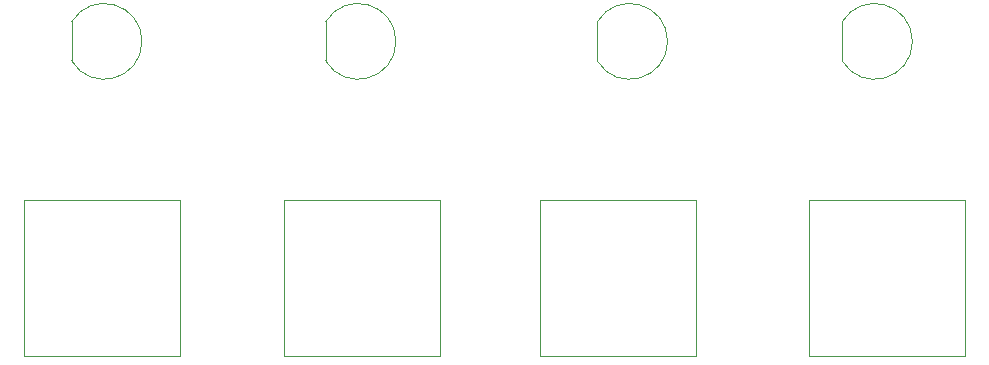
<source format=gbr>
%TF.GenerationSoftware,KiCad,Pcbnew,9.0.2*%
%TF.CreationDate,2025-07-01T17:28:42-07:00*%
%TF.ProjectId,pathfinder,70617468-6669-46e6-9465-722e6b696361,rev?*%
%TF.SameCoordinates,Original*%
%TF.FileFunction,Other,User*%
%FSLAX46Y46*%
G04 Gerber Fmt 4.6, Leading zero omitted, Abs format (unit mm)*
G04 Created by KiCad (PCBNEW 9.0.2) date 2025-07-01 17:28:42*
%MOMM*%
%LPD*%
G01*
G04 APERTURE LIST*
%ADD10C,0.050000*%
G04 APERTURE END LIST*
D10*
%TO.C,SW2*%
X109980000Y-126400000D02*
X123180000Y-126400000D01*
X109980000Y-139600000D02*
X109980000Y-126400000D01*
X123180000Y-126400000D02*
X123180000Y-139600000D01*
X123180000Y-139600000D02*
X109980000Y-139600000D01*
%TO.C,D1*%
X92020000Y-111360000D02*
X92020000Y-114640000D01*
X92020000Y-111360000D02*
G75*
G02*
X92020000Y-114640000I2756592J-1640000D01*
G01*
%TO.C,D4*%
X157250000Y-111360000D02*
X157250000Y-114640000D01*
X157250000Y-111360000D02*
G75*
G02*
X157250000Y-114640000I2756592J-1640000D01*
G01*
%TO.C,D3*%
X136520000Y-111360000D02*
X136520000Y-114640000D01*
X136520000Y-111360000D02*
G75*
G02*
X136520000Y-114640000I2756592J-1640000D01*
G01*
%TO.C,SW3*%
X131710000Y-126440000D02*
X144910000Y-126440000D01*
X131710000Y-139640000D02*
X131710000Y-126440000D01*
X144910000Y-126440000D02*
X144910000Y-139640000D01*
X144910000Y-139640000D02*
X131710000Y-139640000D01*
%TO.C,D2*%
X113520000Y-111360000D02*
X113520000Y-114640000D01*
X113520000Y-111360000D02*
G75*
G02*
X113520000Y-114640000I2756592J-1640000D01*
G01*
%TO.C,SW4*%
X154480000Y-126400000D02*
X167680000Y-126400000D01*
X154480000Y-139600000D02*
X154480000Y-126400000D01*
X167680000Y-126400000D02*
X167680000Y-139600000D01*
X167680000Y-139600000D02*
X154480000Y-139600000D01*
%TO.C,SW1*%
X87980000Y-126400000D02*
X101180000Y-126400000D01*
X87980000Y-139600000D02*
X87980000Y-126400000D01*
X101180000Y-126400000D02*
X101180000Y-139600000D01*
X101180000Y-139600000D02*
X87980000Y-139600000D01*
%TD*%
M02*

</source>
